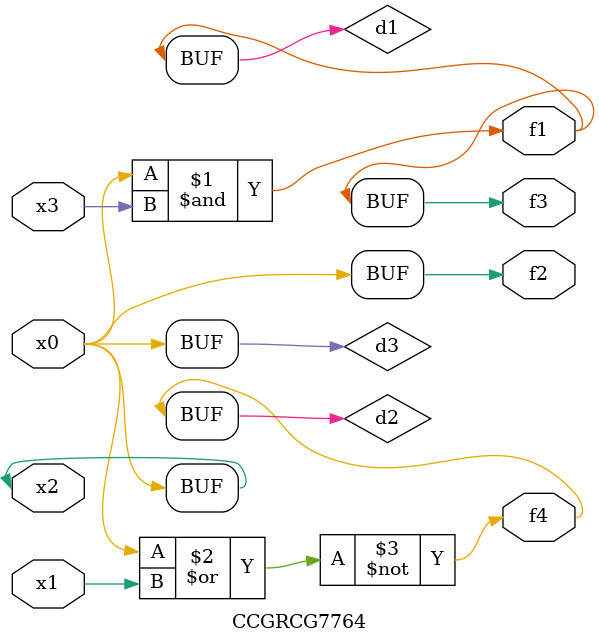
<source format=v>
module CCGRCG7764(
	input x0, x1, x2, x3,
	output f1, f2, f3, f4
);

	wire d1, d2, d3;

	and (d1, x2, x3);
	nor (d2, x0, x1);
	buf (d3, x0, x2);
	assign f1 = d1;
	assign f2 = d3;
	assign f3 = d1;
	assign f4 = d2;
endmodule

</source>
